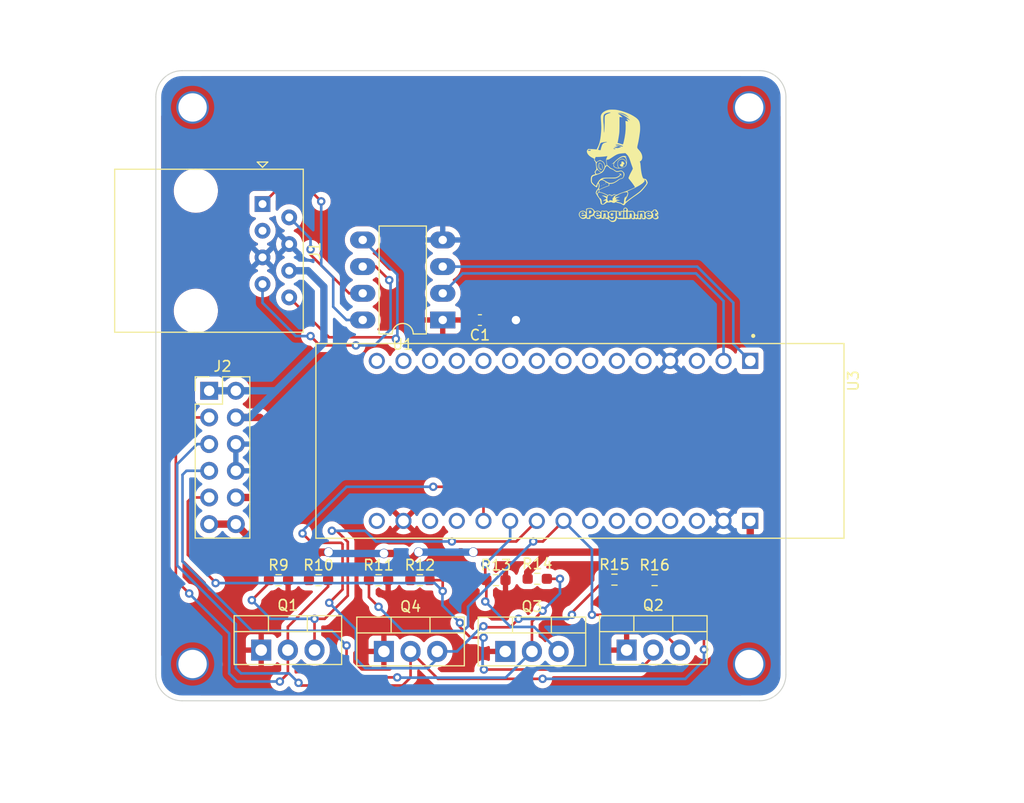
<source format=kicad_pcb>
(kicad_pcb (version 20211014) (generator pcbnew)

  (general
    (thickness 1.6)
  )

  (paper "A4")
  (layers
    (0 "F.Cu" signal)
    (31 "B.Cu" signal)
    (32 "B.Adhes" user "B.Adhesive")
    (33 "F.Adhes" user "F.Adhesive")
    (34 "B.Paste" user)
    (35 "F.Paste" user)
    (36 "B.SilkS" user "B.Silkscreen")
    (37 "F.SilkS" user "F.Silkscreen")
    (38 "B.Mask" user)
    (39 "F.Mask" user)
    (40 "Dwgs.User" user "User.Drawings")
    (41 "Cmts.User" user "User.Comments")
    (42 "Eco1.User" user "User.Eco1")
    (43 "Eco2.User" user "User.Eco2")
    (44 "Edge.Cuts" user)
    (45 "Margin" user)
    (46 "B.CrtYd" user "B.Courtyard")
    (47 "F.CrtYd" user "F.Courtyard")
    (48 "B.Fab" user)
    (49 "F.Fab" user)
    (50 "User.1" user)
    (51 "User.2" user)
    (52 "User.3" user)
    (53 "User.4" user)
    (54 "User.5" user)
    (55 "User.6" user)
    (56 "User.7" user)
    (57 "User.8" user)
    (58 "User.9" user)
  )

  (setup
    (stackup
      (layer "F.SilkS" (type "Top Silk Screen"))
      (layer "F.Paste" (type "Top Solder Paste"))
      (layer "F.Mask" (type "Top Solder Mask") (thickness 0.01))
      (layer "F.Cu" (type "copper") (thickness 0.035))
      (layer "dielectric 1" (type "core") (thickness 1.51) (material "FR4") (epsilon_r 4.5) (loss_tangent 0.02))
      (layer "B.Cu" (type "copper") (thickness 0.035))
      (layer "B.Mask" (type "Bottom Solder Mask") (thickness 0.01))
      (layer "B.Paste" (type "Bottom Solder Paste"))
      (layer "B.SilkS" (type "Bottom Silk Screen"))
      (copper_finish "None")
      (dielectric_constraints no)
    )
    (pad_to_mask_clearance 0)
    (pcbplotparams
      (layerselection 0x00010fc_ffffffff)
      (disableapertmacros false)
      (usegerberextensions true)
      (usegerberattributes false)
      (usegerberadvancedattributes false)
      (creategerberjobfile false)
      (svguseinch false)
      (svgprecision 6)
      (excludeedgelayer true)
      (plotframeref false)
      (viasonmask false)
      (mode 1)
      (useauxorigin false)
      (hpglpennumber 1)
      (hpglpenspeed 20)
      (hpglpendiameter 15.000000)
      (dxfpolygonmode true)
      (dxfimperialunits true)
      (dxfusepcbnewfont true)
      (psnegative false)
      (psa4output false)
      (plotreference true)
      (plotvalue false)
      (plotinvisibletext false)
      (sketchpadsonfab false)
      (subtractmaskfromsilk true)
      (outputformat 1)
      (mirror false)
      (drillshape 0)
      (scaleselection 1)
      (outputdirectory "gerbers/")
    )
  )

  (net 0 "")
  (net 1 "/RS485_A")
  (net 2 "/RS485_B")
  (net 3 "unconnected-(J1-Pad3)")
  (net 4 "/RS485_Z")
  (net 5 "/RS485_Y")
  (net 6 "+5V")
  (net 7 "/M1_DIR_OUT")
  (net 8 "/TIM2_CH2{slash}M1_SPEED_OUT")
  (net 9 "GND")
  (net 10 "/TIM2_CH4{slash}M2_SPEED_OUT")
  (net 11 "/M2_DIR_OUT")
  (net 12 "+3V3")
  (net 13 "/M1_DIR")
  (net 14 "/M2_DIR")
  (net 15 "/TIM2_CH4{slash}M2_SPEED")
  (net 16 "/TIM2_CH2{slash}M1_SPEED")
  (net 17 "/STM32_USART1_RX")
  (net 18 "/STM32_USART1_TX")
  (net 19 "unconnected-(U3-Pad3)")
  (net 20 "/STM32_USART1_DE{slash}RE")
  (net 21 "unconnected-(U3-Pad6)")
  (net 22 "unconnected-(U3-Pad7)")
  (net 23 "unconnected-(U3-Pad8)")
  (net 24 "unconnected-(U3-Pad9)")
  (net 25 "unconnected-(U3-Pad10)")
  (net 26 "unconnected-(U3-Pad11)")
  (net 27 "unconnected-(U3-Pad12)")
  (net 28 "unconnected-(U3-Pad13)")
  (net 29 "unconnected-(U3-Pad14)")
  (net 30 "unconnected-(U3-Pad15)")
  (net 31 "unconnected-(U3-Pad16)")
  (net 32 "unconnected-(U3-Pad18)")
  (net 33 "unconnected-(U3-Pad19)")
  (net 34 "unconnected-(U3-Pad24)")
  (net 35 "unconnected-(U3-Pad25)")
  (net 36 "unconnected-(U3-Pad26)")
  (net 37 "unconnected-(U3-Pad27)")
  (net 38 "unconnected-(U3-Pad28)")

  (footprint "plib:epenguin_text_small" (layer "F.Cu") (at 44.069 13.716))

  (footprint "Resistor_SMD:R_0603_1608Metric_Pad0.98x0.95mm_HandSolder" (layer "F.Cu") (at 11.684 48.514))

  (footprint "Resistor_SMD:R_0603_1608Metric_Pad0.98x0.95mm_HandSolder" (layer "F.Cu") (at 21.209 48.514))

  (footprint "Resistor_SMD:R_0603_1608Metric_Pad0.98x0.95mm_HandSolder" (layer "F.Cu") (at 25.146 48.514))

  (footprint "Resistor_SMD:R_0603_1608Metric_Pad0.98x0.95mm_HandSolder" (layer "F.Cu") (at 47.498 48.514))

  (footprint "Connector_RJ:RJ45_Amphenol_54602-x08_Horizontal" (layer "F.Cu") (at 10.16 12.7 -90))

  (footprint "Package_TO_SOT_THT:TO-220-3_Vertical" (layer "F.Cu") (at 10.033 55.174))

  (footprint "Resistor_SMD:R_0603_1608Metric_Pad0.98x0.95mm_HandSolder" (layer "F.Cu") (at 32.385 48.514))

  (footprint "Connector_PinHeader_2.54mm:PinHeader_2x06_P2.54mm_Vertical" (layer "F.Cu") (at 5.08 30.48))

  (footprint "Resistor_SMD:R_0603_1608Metric_Pad0.98x0.95mm_HandSolder" (layer "F.Cu") (at 15.494 48.514))

  (footprint "Package_DIP:DIP-8_W7.62mm_LongPads" (layer "F.Cu") (at 27.32 23.739 180))

  (footprint "MountingHole:MountingHole_2.7mm_M2.5_DIN965_Pad_TopOnly" (layer "F.Cu") (at 56.5 56.5))

  (footprint "MountingHole:MountingHole_2.7mm_M2.5_DIN965_Pad_TopOnly" (layer "F.Cu") (at 3.5 3.5))

  (footprint "MountingHole:MountingHole_2.7mm_M2.5_DIN965_Pad_TopOnly" (layer "F.Cu") (at 3.5 56.5))

  (footprint "Package_TO_SOT_THT:TO-220-3_Vertical" (layer "F.Cu") (at 21.717 55.301))

  (footprint "MountingHole:MountingHole_2.7mm_M2.5_DIN965_Pad_TopOnly" (layer "F.Cu") (at 56.5 3.5))

  (footprint "Resistor_SMD:R_0603_1608Metric_Pad0.98x0.95mm_HandSolder" (layer "F.Cu") (at 36.322 48.387))

  (footprint "Resistor_SMD:R_0603_1608Metric_Pad0.98x0.95mm_HandSolder" (layer "F.Cu") (at 43.672 48.466))

  (footprint "Package_TO_SOT_THT:TO-220-3_Vertical" (layer "F.Cu") (at 33.274 55.301))

  (footprint "Package_TO_SOT_THT:TO-220-3_Vertical" (layer "F.Cu") (at 44.831 55.174))

  (footprint "plib:epenguin_head_small" (layer "F.Cu") (at 43.942 8.255))

  (footprint "Capacitor_SMD:C_0603_1608Metric_Pad1.08x0.95mm_HandSolder" (layer "F.Cu") (at 30.861 23.749 180))

  (footprint "plib:MODULE_NUCLEO-L432KC" (layer "F.Cu") (at 40.386 35.2525 -90))

  (gr_line (start 0 2.5) (end 0 57.5) (layer "Edge.Cuts") (width 0.1) (tstamp 0b0ed82f-cd0f-483e-afb1-3d9c63626412))
  (gr_arc (start 57.5 0) (mid 59.267767 0.732233) (end 60 2.5) (layer "Edge.Cuts") (width 0.1) (tstamp 3026f0e5-2e03-4b09-8bf9-bf5e41de9fde))
  (gr_line (start 2.5 60) (end 57.5 60) (layer "Edge.Cuts") (width 0.1) (tstamp 3bc3a1f7-6e8d-4cb1-b522-61dab886a957))
  (gr_line (start 60 57.5) (end 60 2.5) (layer "Edge.Cuts") (width 0.1) (tstamp 55509fb5-1a05-4183-aa48-bc8ee8bff31d))
  (gr_line (start 57.5 0) (end 2.5 0) (layer "Edge.Cuts") (width 0.1) (tstamp a890f558-8662-408a-b127-32740c9a3a78))
  (gr_arc (start 2.5 60) (mid 0.732233 59.267767) (end 0 57.5) (layer "Edge.Cuts") (width 0.1) (tstamp af00085d-1794-4c99-952f-c446aee665f4))
  (gr_arc (start 60 57.5) (mid 59.267767 59.267767) (end 57.5 60) (layer "Edge.Cuts") (width 0.1) (tstamp d4fffbb7-788f-4b07-aa57-4a4d4fff19d5))
  (gr_arc (start 0 2.5) (mid 0.732233 0.732233) (end 2.5 0) (layer "Edge.Cuts") (width 0.1) (tstamp f721f40e-7993-44a7-bcd0-f5608efe0556))

  (segment (start 10.16 12.7) (end 11.938 10.922) (width 0.25) (layer "F.Cu") (net 1) (tstamp 072bf934-f6a1-4e9d-99be-6bcac965cfe7))
  (segment (start 14.224 10.922) (end 15.748 12.446) (width 0.25) (layer "F.Cu") (net 1) (tstamp 079a62e9-c2e4-40bd-a26c-ef52b5e14a69))
  (segment (start 11.938 10.922) (end 14.224 10.922) (width 0.25) (layer "F.Cu") (net 1) (tstamp 81c65318-462d-4182-8d65-256cd4caad76))
  (via (at 15.748 12.446) (size 0.8) (drill 0.4) (layers "F.Cu" "B.Cu") (net 1) (tstamp 3bcfa631-1dd4-4898-8e22-77dd790f7ab1))
  (segment (start 15.748 12.446) (end 15.748 18.542) (width 0.25) (layer "B.Cu") (net 1) (tstamp 18758a29-3318-41fa-8c39-db673d1a5044))
  (segment (start 18.151 23.739) (end 19.7 23.739) (width 0.25) (layer "B.Cu") (net 1) (tstamp 3b73301d-9fbe-45e3-aef1-f06153fe7e5f))
  (segment (start 15.748 18.542) (end 16.891 19.685) (width 0.25) (layer "B.Cu") (net 1) (tstamp 6f133c54-d5b4-476a-bc00-70cce2df80d8))
  (segment (start 16.891 22.479) (end 18.151 23.739) (width 0.25) (layer "B.Cu") (net 1) (tstamp af9b60d2-409a-4aa1-8211-94db1f90b557))
  (segment (start 16.891 19.685) (end 16.891 22.479) (width 0.25) (layer "B.Cu") (net 1) (tstamp b355aa47-4f3a-4b6b-9b2c-6a762e5462b7))
  (segment (start 14.732 17.018) (end 14.732 17.526) (width 0.25) (layer "F.Cu") (net 2) (tstamp 562c1bb4-807a-4f41-abf0-84d8306fcd6d))
  (segment (start 14.732 17.526) (end 18.405 21.199) (width 0.25) (layer "F.Cu") (net 2) (tstamp cc9152d0-3580-42f0-b03c-a2e29cc16b2d))
  (segment (start 18.405 21.199) (end 19.7 21.199) (width 0.25) (layer "F.Cu") (net 2) (tstamp d384bc90-0bfa-4af0-aea1-a96892e4cd93))
  (via (at 14.732 17.018) (size 0.8) (drill 0.4) (layers "F.Cu" "B.Cu") (net 2) (tstamp 5eb1e176-31c5-404b-9fe4-ddcc4c2a59b6))
  (segment (start 12.7 13.97) (end 14.732 16.002) (width 0.25) (layer "B.Cu") (net 2) (tstamp 7a1d1ed7-edc2-463a-8387-35921eff64aa))
  (segment (start 14.732 16.002) (end 14.732 17.018) (width 0.25) (layer "B.Cu") (net 2) (tstamp c0fd5835-756a-42c0-92bb-321373ef4c28))
  (segment (start 15.621 26.162) (end 19.05 26.162) (width 0.25) (layer "F.Cu") (net 4) (tstamp 0bc634a3-2b43-4ecb-bddb-a086a990d759))
  (segment (start 14.732 25.273) (end 15.621 26.162) (width 0.25) (layer "F.Cu") (net 4) (tstamp 0e8e94af-f45a-4ae8-a679-92580b44b11a))
  (segment (start 22.225 19.939) (end 20.945 18.659) (width 0.25) (layer "F.Cu") (net 4) (tstamp ba27e298-0eab-468e-9468-1453090ecd48))
  (segment (start 20.945 18.659) (end 19.7 18.659) (width 0.25) (layer "F.Cu") (net 4) (tstamp df4efa4e-437e-4716-8367-496e8305dd5f))
  (via (at 22.225 19.939) (size 0.8) (drill 0.4) (layers "F.Cu" "B.Cu") (net 4) (tstamp 3934e136-e668-413f-a938-39d5b3dae7f5))
  (via (at 14.732 25.273) (size 0.8) (drill 0.4) (layers "F.Cu" "B.Cu") (net 4) (tstamp 55b652b6-1d7b-4b10-8cc1-33a1beb02cf6))
  (via (at 19.05 26.162) (size 0.8) (drill 0.4) (layers "F.Cu" "B.Cu") (net 4) (tstamp e309d53e-573a-4a9e-8247-0b6b18d6390f))
  (segment (start 22.352 20.066) (end 22.225 19.939) (width 0.25) (layer "B.Cu") (net 4) (tstamp 55539e34-f643-444c-9162-d7f8b108bdc5))
  (segment (start 13.335 25.273) (end 14.732 25.273) (width 0.25) (layer "B.Cu") (net 4) (tstamp 5ed536e6-c57f-4dea-9669-87d9d81d4a73))
  (segment (start 10.16 20.32) (end 10.16 22.098) (width 0.25) (layer "B.Cu") (net 4) (tstamp 5ffd10af-5438-425d-90c1-894051600366))
  (segment (start 20.828 26.162) (end 22.352 24.638) (width 0.25) (layer "B.Cu") (net 4) (tstamp 63418526-9928-4eec-a6a4-6aac616d64af))
  (segment (start 19.05 26.162) (end 20.828 26.162) (width 0.25) (layer "B.Cu") (net 4) (tstamp 67525b84-d72a-45e1-826e-931191e295a2))
  (segment (start 22.352 24.638) (end 22.352 20.066) (width 0.25) (layer "B.Cu") (net 4) (tstamp a2ddf685-2dca-4cc2-9346-0729d47ca014))
  (segment (start 10.16 22.098) (end 12.319 24.257) (width 0.25) (layer "B.Cu") (net 4) (tstamp a3bf6576-c0d4-4640-a382-b947cbf55bac))
  (segment (start 12.319 24.257) (end 13.335 25.273) (width 0.25) (layer "B.Cu") (net 4) (tstamp b270f4e8-f0f3-4d21-a25a-6bf5af646c1e))
  (segment (start 16.4975 25.3875) (end 22.7205 25.3875) (width 0.25) (layer "F.Cu") (net 5) (tstamp 3ce4e18f-5996-4071-81f3-0760b34c461a))
  (segment (start 12.7 21.59) (end 16.4975 25.3875) (width 0.25) (layer "F.Cu") (net 5) (tstamp 8b9f20d6-1936-4603-b820-df7169423c34))
  (segment (start 22.7205 25.3875) (end 22.86 25.527) (width 0.25) (layer "F.Cu") (net 5) (tstamp cdee4d29-1254-4f18-9fd5-142b64ec5eff))
  (via (at 22.86 25.527) (size 0.8) (drill 0.4) (layers "F.Cu" "B.Cu") (net 5) (tstamp eac7cd7d-86c3-41e2-94b5-5e59371d1e6f))
  (segment (start 22.9995 25.3875) (end 22.86 25.527) (width 0.25) (layer "B.Cu") (net 5) (tstamp 0d9fcbd1-3607-42db-8706-a689c392baa8))
  (segment (start 19.7 16.119) (end 22.9995 19.4185) (width 0.25) (layer "B.Cu") (net 5) (tstamp 2bab33c2-f614-4669-be8d-27a46e31b151))
  (segment (start 22.9995 19.4185) (end 22.9995 25.3875) (width 0.25) (layer "B.Cu") (net 5) (tstamp b21d8af0-ebd7-4a61-8b13-8506aa8acda1))
  (segment (start 7.62 40.64) (end 9.271 40.64) (width 0.7) (layer "F.Cu") (net 6) (tstamp 0c7c6323-2581-4224-ad9c-7729508fdfc4))
  (segment (start 56.601 45.507) (end 56.601 42.8725) (width 0.7) (layer "F.Cu") (net 6) (tstamp 13584e23-840a-4745-90a4-0bcbb4d18a98))
  (segment (start 35.4095 47.7755) (end 35.4095 48.387) (width 0.7) (layer "F.Cu") (net 6) (tstamp 1a2eed79-2dff-43d5-92b2-1c49ddc2b6a0))
  (segment (start 15.621 45.847) (end 14.5815 46.8865) (width 0.7) (layer "F.Cu") (net 6) (tstamp 23b0aad7-fe2d-4a96-92a5-64a63dba1a50))
  (segment (start 10.668 33.782) (end 10.668 41.275) (width 0.7) (layer "F.Cu") (net 6) (tstamp 2f3692fc-f967-4fa2-b468-f6e679855844))
  (segment (start 5.08 43.18) (end 7.62 43.18) (width 0.7) (layer "F.Cu") (net 6) (tstamp 3a5e604d-7403-42ab-b283-55ef9b50db61))
  (segment (start 48.768 45.847) (end 37.338 45.847) (width 0.7) (layer "F.Cu") (net 6) (tstamp 3cd504fc-d44d-4a7e-abe7-9bcb72e41b89))
  (segment (start 23.495 45.974) (end 21.717 45.974) (width 0.7) (layer "F.Cu") (net 6) (tstamp 4274cd13-9a49-4bfe-bd6e-5a946c845d16))
  (segment (start 24.2335 46.7125) (end 23.495 45.974) (width 0.7) (layer "F.Cu") (net 6) (tstamp 481be2d2-cf5a-4233-a770-4f6384b7335d))
  (segment (start 25.019 45.847) (end 24.2335 46.6325) (width 0.7) (layer "F.Cu") (net 6) (tstamp 4868b244-4306-4d0e-a20c-95e3f99aa398))
  (segment (start 10.668 41.275) (end 10.287 41.656) (width 0.7) (layer "F.Cu") (net 6) (tstamp 6d82a6bb-2ee0-4568-a482-908290e2315b))
  (segment (start 10.287 45.847) (end 7.62 43.18) (width 0.7) (layer "F.Cu") (net 6) (tstamp 7e1ba587-864e-47ff-adc6-4a035a351154))
  (segment (start 16.51 45.847) (end 15.621 45.847) (width 0.7) (layer "F.Cu") (net 6) (tstamp 86f6660d-fa96-4a4c-94e0-167e7b2e35ac))
  (segment (start 9.906 33.02) (end 10.668 33.782) (width 0.7) (layer "F.Cu") (net 6) (tstamp 8a639ea7-1a7f-4e03-876c-4712271dd566))
  (segment (start 16.51 45.847) (end 10.287 45.847) (width 0.7) (layer "F.Cu") (net 6) (tstamp 8b421f2d-2bd1-4a4a-b189-69de6980b9d1))
  (segment (start 46.5855 48.514) (end 46.5855 47.0135) (width 0.7) (layer "F.Cu") (net 6) (tstamp 8ceeef3e-a608-4910-91a1-7aec09a43096))
  (segment (start 56.261 45.847) (end 56.601 45.507) (width 0.7) (layer "F.Cu") (net 6) (tstamp 9574e0a6-fe54-4ee4-bcc2-48a354b663c6))
  (segment (start 14.5815 46.8865) (end 14.5815 48.514) (width 0.7) (layer "F.Cu") (net 6) (tstamp 9a2a5e7a-2e85-43ac-b5f8-fb06790bdb3b))
  (segment (start 48.768 45.847) (end 56.261 45.847) (width 0.7) (layer "F.Cu") (net 6) (tstamp a2eb927a-4f42-4628-abf6-2eea793f1d78))
  (segment (start 24.2335 48.514) (end 24.2335 46.7125) (width 0.7) (layer "F.Cu") (net 6) (tstamp be2161ac-6159-4f06-b3f0-48715298f9a0))
  (segment (start 46.5855 47.0135) (end 47.752 45.847) (width 0.7) (layer "F.Cu") (net 6) (tstamp c412508b-f481-46e3-87f9-76cb8d058e6b))
  (segment (start 10.287 41.656) (end 10.287 45.847) (width 0.7) (layer "F.Cu") (net 6) (tstamp c5c42121-a541-4c31-b0a6-152f23e29237))
  (segment (start 37.338 45.847) (end 30.226 45.847) (width 0.7) (layer "F.Cu") (net 6) (tstamp d771010b-58e3-4abe-8337-16a9ee1adbb1))
  (segment (start 7.62 33.02) (end 9.906 33.02) (width 0.7) (layer "F.Cu") (net 6) (tstamp da521b24-3f20-4097-9aa5-0f49a22004ea))
  (segment (start 47.752 45.847) (end 48.768 45.847) (width 0.7) (layer "F.Cu") (net 6) (tstamp dcb4e53f-5a93-4bc7-b71e-ea7324270aa3))
  (segment (start 9.271 40.64) (end 10.287 41.656) (width 0.7) (layer "F.Cu") (net 6) (tstamp ec643f87-65c1-4b20-b12c-a34dc18b0c9a))
  (segment (start 24.2335 46.6325) (end 24.2335 48.514) (width 0.7) (layer "F.Cu") (net 6) (tstamp f1a7c216-c25a-46ed-a8d4-a208ed2ab179))
  (segment (start 37.338 45.847) (end 35.4095 47.7755) (width 0.7) (layer "F.Cu") (net 6) (tstamp f8c3b766-0426-4ed0-b637-7b39e1e49e11))
  (via (at 21.717 45.974) (size 0.9) (drill 0.8) (layers "F.Cu" "B.Cu") (net 6) (tstamp 8c7dfac8-4637-4736-867c-7a8cad94f7ff))
  (via (at 16.4445 45.847) (size 0.9) (drill 0.8) (layers "F.Cu" "B.Cu") (net 6) (tstamp 9917218d-d6b9-4476-8d50-9cd65967b2cd))
  (via (at 25.019 45.847) (size 0.9) (drill 0.8) (layers "F.Cu" "B.Cu") (net 6) (tstamp d6a5c574-e79e-4caa-8762-3e02a43e852b))
  (via (at 30.226 45.847) (size 0.9) (drill 0.8) (layers "F.Cu" "B.Cu") (net 6) (tstamp fe28e084-9bb0-4079-a42b-ace7fd2ee54c))
  (segment (start 14.478 19.05) (end 16.002 20.574) (width 0.7) (layer "B.Cu") (net 6) (tstamp 41476b7d-2d3f-4323-b0a0-6b2bd438edc0))
  (segment (start 16.002 25.908) (end 11.43 30.48) (width 0.7) (layer "B.Cu") (net 6) (tstamp 576bf1aa-11a5-45c8-8556-43625b1c9678))
  (segment (start 11.43 30.48) (end 7.62 30.48) (width 0.7) (layer "B.Cu") (net 6) (tstamp 8b8da5c4-6c8b-49f8-af69-accfe63d190b))
  (segment (start 30.226 45.847) (end 25.019 45.847) (width 0.7) (layer "B.Cu") (net 6) (tstamp 9c1958cf-87e3-466a-809c-957f614b8b20))
  (segment (start 7.62 33.02) (end 8.89 33.02) (width 0.7) (layer "B.Cu") (net 6) (tstamp b3971f97-9dd2-45bf-8600-04c3bcaced8a))
  (segment (start 12.7 19.05) (end 14.478 19.05) (width 0.7) (layer "B.Cu") (net 6) (tstamp b7e1b280-aad2-4b35-8170-801a5e0f6c60))
  (segment (start 8.89 33.02) (end 11.43 30.48) (width 0.7) (layer "B.Cu") (net 6) (tstamp c00b82b5-5c18-40fc-9cee-98f5f29da11e))
  (segment (start 16.5715 45.974) (end 16.4445 45.847) (width 0.7) (layer "B.Cu") (net 6) (tstamp cfff3910-0003-493a-bf6b-d5431fd21672))
  (segment (start 16.002 20.574) (end 16.002 25.908) (width 0.7) (layer "B.Cu") (net 6) (tstamp eaf0bf35-c0b0-42f7-9c0c-08eeb0ec0213))
  (segment (start 21.717 45.974) (end 16.5715 45.974) (width 0.7) (layer "B.Cu") (net 6) (tstamp eb64dbff-9c06-49dc-9b60-7cb67e15db7f))
  (segment (start 5.08 30.48) (end 7.62 30.48) (width 0.7) (layer "B.Cu") (net 6) (tstamp f256054b-4e2c-4e27-8f01-4b77d854a745))
  (segment (start 1.905 34.671) (end 3.556 33.02) (width 0.25) (layer "F.Cu") (net 7) (tstamp 67f17c5f-6edf-4b97-8133-e0cc795ce06a))
  (segment (start 3.175 49.784) (end 1.905 48.514) (width 0.25) (layer "F.Cu") (net 7) (tstamp 79d843f4-cf6a-4a22-bf07-ac685df0a019))
  (segment (start 16.4065 49.1255) (end 12.573 52.959) (width 0.25) (layer "F.Cu") (net 7) (tstamp 7e2c53bd-7981-448d-afa3-120a860f9788))
  (segment (start 1.905 48.514) (end 1.905 34.671) (width 0.25) (layer "F.Cu") (net 7) (tstamp 87747ded-a405-4509-860b-234c49b190b8))
  (segment (start 3.556 33.02) (end 5.08 33.02) (width 0.25) (layer "F.Cu") (net 7) (tstamp a6052132-8c75-4539-9f42-c25ceb6e4078))
  (segment (start 16.4065 48.514) (end 16.4065 49.1255) (width 0.25) (layer "F.Cu") (net 7) (tstamp cda4312f-8fa8-41a1-87fd-8f0fd8e86e37))
  (segment (start 12.573 52.959) (end 12.573 55.174) (width 0.25) (layer "F.Cu") (net 7) (tstamp dbfd3f77-01d9-4839-91d6-8ca526fc0c61))
  (segment (start 12.573 57.404) (end 11.811 58.166) (width 0.25) (layer "F.Cu") (net 7) (tstamp f2780041-584b-4e11-a880-c67b0d131d0a))
  (segment (start 12.573 55.174) (end 12.573 57.404) (width 0.25) (layer "F.Cu") (net 7) (tstamp f895331e-4e9d-4c9d-9465-e08d4c6fdadd))
  (via (at 11.811 58.166) (size 0.8) (drill 0.4) (layers "F.Cu" "B.Cu") (net 7) (tstamp 89d2ed87-161f-4bd9-833c-c0d13ba80c56))
  (via (at 3.175 49.784) (size 0.8) (drill 0.4) (layers "F.Cu" "B.Cu") (net 7) (tstamp f7d93fa1-6e9f-42eb-b768-1ca6edf9cdc0))
  (segment (start 11.811 58.166) (end 7.747 58.166) (width 0.25) (layer "B.Cu") (net 7) (tstamp 2f690d7b-69c6-4bf8-9d5b-da5e0b12c3b1))
  (segment (start 6.985 53.594) (end 3.175 49.784) (width 0.25) (layer "B.Cu") (net 7) (tstamp 4ef56206-ed14-4b2d-b0d9-6499b608c8b7))
  (segment (start 7.747 58.166) (end 6.985 57.404) (width 0.25) (layer "B.Cu") (net 7) (tstamp 905b4306-8004-436a-a47e-271f5486fa17))
  (segment (start 6.985 57.404) (end 6.985 53.594) (width 0.25) (layer "B.Cu") (net 7) (tstamp f0813858-6f57-4905-807b-c5817a405a9c))
  (segment (start 24.257 57.785) (end 23.495 58.547) (width 0.25) (layer "F.Cu") (net 8) (tstamp 0060ae3a-f6b8-421f-b3bf-5754f3367374))
  (segment (start 26.868 57.912) (end 24.257 55.301) (width 0.25) (layer "F.Cu") (net 8) (tstamp 09e283c3-7b38-439c-b859-01b4be1db432))
  (segment (start 48.4105 48.514) (end 52.197 52.3005) (width 0.25) (layer "F.Cu") (net 8) (tstamp 6b715cf9-a6fd-4d28-bc1c-017dd3c55bdf))
  (segment (start 24.257 55.301) (end 24.257 57.785) (width 0.25) (layer "F.Cu") (net 8) (tstamp a1b57099-7283-42d1-95f3-1e94d192a17a))
  (segment (start 23.495 58.547) (end 13.843 58.547) (width 0.25) (layer "F.Cu") (net 8) (tstamp a643e457-c95c-46c9-b7c3-2b914a61e25c))
  (segment (start 13.843 58.547) (end 13.589 58.293) (width 0.25) (layer "F.Cu") (net 8) (tstamp bec8f274-010c-4b1b-b473-ce9f5a41518c))
  (segment (start 36.83 57.912) (end 26.868 57.912) (width 0.25) (layer "F.Cu") (net 8) (tstamp d1190948-d7cc-43fb-84ec-31896582328f))
  (segment (start 52.197 52.3005) (end 52.197 55.118) (width 0.25) (layer "F.Cu") (net 8) (tstamp f15488e0-d763-4371-aba8-87b72e2caf77))
  (via (at 36.83 57.912) (size 0.8) (drill 0.4) (layers "F.Cu" "B.Cu") (net 8) (tstamp 32731030-780a-4b10-99ba-29317ac96870))
  (via (at 52.197 55.118) (size 0.8) (drill 0.4) (layers "F.Cu" "B.Cu") (net 8) (tstamp 3283ba72-652c-4614-8c1b-38c4000e84ae))
  (via (at 13.589 58.293) (size 0.8) (drill 0.4) (layers "F.Cu" "B.Cu") (net 8) (tstamp d48294f5-b0b3-4fd0-838d-6ad5498f7d26))
  (segment (start 13.589 58.293) (end 12.687 57.391) (width 0.25) (layer "B.Cu") (net 8) (tstamp 0b65a6dc-1de9-4291-ba74-d01229c3cf92))
  (segment (start 7.62 52.705) (end 2.032 47.117) (width 0.25) (layer "B.Cu") (net 8) (tstamp 17ec3929-61da-4dc3-b564-383f9a04d260))
  (segment (start 8.115 57.391) (end 7.62 56.896) (width 0.25) (layer "B.Cu") (net 8) (tstamp 19702f1d-0acf-466d-b054-7eb2c74dd309))
  (segment (start 3.937 35.56) (end 5.08 35.56) (width 0.25) (layer "B.Cu") (net 8) (tstamp 251b84e3-ff69-4bf9-a9bb-7912c65ba625))
  (segment (start 52.197 56.134) (end 52.197 55.118) (width 0.25) (layer "B.Cu") (net 8) (tstamp 2b7a5fc5-0cda-47c1-984a-cd9e9eba5bf7))
  (segment (start 2.032 47.117) (end 2.032 37.465) (width 0.25) (layer "B.Cu") (net 8) (tstamp 79d60862-66ee-4a5d-9477-531ad060cead))
  (segment (start 2.032 37.465) (end 3.937 35.56) (width 0.25) (layer "B.Cu") (net 8) (tstamp 937baf0c-3dcd-4746-a5ce-21fc8dc1039c))
  (segment (start 12.687 57.391) (end 8.115 57.391) (width 0.25) (layer "B.Cu") (net 8) (tstamp b597fdcb-e9a3-4834-8744-1b85ab58a564))
  (segment (start 7.62 56.896) (end 7.62 52.705) (width 0.25) (layer "B.Cu") (net 8) (tstamp bda1814d-3a22-40ba-84fa-665fee135467))
  (segment (start 50.419 57.912) (end 52.197 56.134) (width 0.25) (layer "B.Cu") (net 8) (tstamp e68bab03-8f0c-4659-a25c-b0ce298122c0))
  (segment (start 36.83 57.912) (end 50.419 57.912) (width 0.25) (layer "B.Cu") (net 8) (tstamp f9df68a6-3656-414a-854c-362461238c33))
  (segment (start 31.7235 23.749) (end 34.29 23.749) (width 0.7) (layer "F.Cu") (net 9) (tstamp 85b374bc-3e94-4bdf-97a9-a95abe1ebe10))
  (via (at 34.29 23.749) (size 0.9) (drill 0.8) (layers "F.Cu" "B.Cu") (net 9) (tstamp 3a606abb-aefd-4733-8c71-9613c7664863))
  (segment (start 18.161 54.737) (end 18.161 56.642) (width 0.25) (layer "F.Cu") (net 10) (tstamp 08731d26-ed19-448b-9502-37ac5ff561d5))
  (segment (start 37.2345 48.387) (end 38.481 48.387) (width 0.25) (layer "F.Cu") (net 10) (tstamp 231e3775-4380-4da4-89cc-baf441c543bd))
  (segment (start 35.814 52.451) (end 36.83 51.435) (width 0.25) (layer "F.Cu") (net 10) (tstamp 29e0b322-262c-4528-bf9b-1300bf3db062))
  (segment (start 18.161 56.642) (end 19.05 57.531) (width 0.25) (layer "F.Cu") (net 10) (tstamp 5fd617fa-3a43-46db-92f3-6925aead3524))
  (segment (start 19.2915 57.7725) (end 22.987 57.7725) (width 0.25) (layer "F.Cu") (net 10) (tstamp bda86f06-7980-4fb6-bc97-670293e4d48e))
  (segment (start 35.814 55.301) (end 35.814 52.451) (width 0.25) (layer "F.Cu") (net 10) (tstamp bef48c31-4514-41ee-82b5-418176a20d68))
  (segment (start 19.05 57.531) (end 19.2915 57.7725) (width 0.25) (layer "F.Cu") (net 10) (tstamp ce8e9fe8-c932-4ccf-a63f-7b0a516eed57))
  (via (at 36.83 51.435) (size 0.8) (drill 0.4) (layers "F.Cu" "B.Cu") (net 10) (tstamp 094fb761-3a19-4977-800a-2ed7a55ebe2b))
  (via (at 38.481 48.387) (size 0.8) (drill 0.4) (layers "F.Cu" "B.Cu") (net 10) (tstamp 4816f009-7b85-42b5-ae2a-e90d4f05c446))
  (via (at 18.161 54.737) (size 0.8) (drill 0.4) (layers "F.Cu" "B.Cu") (net 10) (tstamp 4fd45cbb-d8f4-45e4-8e1c-99a0ed72c8f3))
  (via (at 22.987 57.7725) (size 0.8) (drill 0.4) (layers "F.Cu" "B.Cu") (net 10) (tstamp fe7ea6b2-4e90-46b3-b465-e957293b8495))
  (segment (start 33.3175 57.7975) (end 35.814 55.301) (width 0.25) (layer "B.Cu") (net 10) (tstamp 1045e6d7-2ca9-4b71-a941-735adb4c09ac))
  (segment (start 5.08 38.1) (end 2.921 38.1) (width 0.25) (layer "B.Cu") (net 10) (tstamp 25f34a9f-ff4e-41cb-b7d4-60269b517c98))
  (segment (start 36.83 51.435) (end 38.481 49.784) (width 0.25) (layer "B.Cu") (net 10) (tstamp 4e2b10f9-fef0-4c0d-983a-978c5a3c6694))
  (segment (start 16.51 53.34) (end 16.764 53.34) (width 0.25) (layer "B.Cu") (net 10) (tstamp 515475f4-f96a-4728-a3c6-df18ab5f73ce))
  (segment (start 2.921 38.1) (end 2.54 38.481) (width 0.25) (layer "B.Cu") (net 10) (tstamp 560c4357-0b1c-48f5-95c3-47ce32add646))
  (segment (start 2.667 46.863) (end 9.144 53.34) (width 0.25) (layer "B.Cu") (net 10) (tstamp 881336d6-cfef-4953-8627-3324a2c015ab))
  (segment (start 2.54 46.736) (end 2.667 46.863) (width 0.25) (layer "B.Cu") (net 10) (tstamp a62b25e7-bfac-4398-a569-037edb3e947c))
  (segment (start 38.481 49.784) (end 38.481 48.387) (width 0.25) (layer "B.Cu") (net 10) (tstamp b6813b62-969e-4842-b481-84f9822cd4f8))
  (segment (start 9.144 53.34) (end 16.51 53.34) (width 0.25) (layer "B.Cu") (net 10) (tstamp c34c6fac-4083-4d6f-ad6a-51c92fb468e0))
  (segment (start 23.012 57.7975) (end 33.3175 57.7975) (width 0.25) (layer "B.Cu") (net 10) (tstamp c491b998-3a60-48bc-889c-0493216003a0))
  (segment (start 22.987 57.7725) (end 23.012 57.7975) (width 0.25) (layer "B.Cu") (net 10) (tstamp c90d14f6-f9f7-4fc1-9390-a235c91c90f2))
  (segment (start 2.54 38.481) (end 2.54 46.736) (width 0.25) (layer "B.Cu") (net 10) (tstamp da9fe687-659f-478c-843f-3d776e6d7331))
  (segment (start 16.764 53.34) (end 18.161 54.737) (width 0.25) (layer "B.Cu") (net 10) (tstamp ffab1661-71dd-4645-84f2-9c3402d0e588))
  (segment (start 46.101 57.023) (end 47.371 55.753) (width 0.25) (layer "F.Cu") (net 11) (tstamp 14536f01-9185-40b3-86bc-b5b4e6d3264f))
  (segment (start 3.429 40.64) (end 3.048 41.021) (width 0.25) (layer "F.Cu") (net 11) (tstamp 2356e48b-614b-4b8e-8a2b-76c5b8b565f7))
  (segment (start 5.08 40.64) (end 3.429 40.64) (width 0.25) (layer "F.Cu") (net 11) (tstamp 406ee787-0ae7-4f59-acf1-8b9afc7ae222))
  (segment (start 27.316385 48.525385) (end 27.316385 49.558493) (width 0.25) (layer "F.Cu") (net 11) (tstamp 412048f0-093d-45d9-95c1-fc5546ab921c))
  (segment (start 31.214958 53.983668) (end 29.963168 53.983668) (width 0.25) (layer "F.Cu") (net 11) (tstamp 48af4e10-0f1f-4afb-8043-c526b50be8e9))
  (segment (start 3.048 46.101) (end 3.302 46.355) (width 0.25) (layer "F.Cu") (net 11) (tstamp 577c7e8d-e7fa-48ef-b59d-35103415666c))
  (segment (start 31.242 57.023) (end 46.101 57.023) (width 0.25) (layer "F.Cu") (net 11) (tstamp 5790cef5-8707-4479-a634-e5a14a58cd7b))
  (segment (start 47.371 55.753) (end 47.371 55.174) (width 0.25) (layer "F.Cu") (net 11) (tstamp 5cce254c-8188-4617-bbe7-f6d97b71e391))
  (segment (start 3.048 41.021) (end 3.048 46.101) (width 0.25) (layer "F.Cu") (net 11) (tstamp 6db855a4-d1c3-4e6d-bde5-696005ce95fd))
  (segment (start 27.305 48.514) (end 27.316385 48.525385) (width 0.25) (layer "F.Cu") (net 11) (tstamp 75e36437-df41-4cc3-9e9a-9ce4a718b65c))
  (segment (start 5.691155 48.744155) (end 5.691155 48.791845) (width 0.25) (layer "F.Cu") (net 11) (tstamp c5863be7-eb97-4d42-ad45-45a69b919f02))
  (segment (start 3.302 46.355) (end 5.691155 48.744155) (width 0.25) (layer "F.Cu") (net 11) (tstamp d00ea0ef-f013-4763-bc8d-3e2fb6ff753b))
  (segment (start 26.0585 48.514) (end 27.305 48.514) (width 0.25) (layer "F.Cu") (net 11) (tstamp dba9b464-ccc6-4dac-9980-906c8c5c8439))
  (segment (start 28.956 52.9765) (end 28.956 52.578) (width 0.25) (layer "F.Cu") (net 11) (tstamp f4a57a97-ab6d-4568-ab81-8310e6ec64c7))
  (segment (start 29.963168 53.983668) (end 28.956 52.9765) (width 0.25) (layer "F.Cu") (net 11) (tstamp f9c81306-ef7d-448a-bbd4-ebab01245efd))
  (via (at 28.956 52.578) (size 0.8) (drill 0.4) (layers "F.Cu" "B.Cu") (net 11) (tstamp 27010eb7-0349-4eff-88a7-023d50496752))
  (via (at 27.316385 49.558493) (size 0.8) (drill 0.4) (layers "F.Cu" "B.Cu") (net 11) (tstamp 43fc4866-467f-47d2-96d5-50eebb195c02))
  (via (at 31.242 57.023) (size 0.8) (drill 0.4) (layers "F.Cu" "B.Cu") (net 11) (tstamp 52cdf93e-507b-4f7b-b808-b39d01e2e715))
  (via (at 5.691155 48.791845) (size 0.8) (drill 0.4) (layers "F.Cu" "B.Cu") (net 11) (tstamp 7854e0c9-56d1-4ec6-8148-813c3037057b))
  (via (at 31.214958 53.983668) (size 0.8) (drill 0.4) (layers "F.Cu" "B.Cu") (net 11) (tstamp 8075f62e-fa1d-4980-9bd7-d84f182ce0a3))
  (segment (start 31.242 57.023) (end 31.115 56.896) (width 0.25) (layer "B.Cu") (net 11) (tstamp 390acae6-19ab-4625-b4d2-966319088ca2))
  (segment (start 31.115 54.083626) (end 31.214958 53.983668) (width 0.25) (layer "B.Cu") (net 11) (tstamp 439466f6-9724-46ce-99c0-59f5eedfc2da))
  (segment (start 27.316385 49.558493) (end 27.2925 49.582378) (width 0.25) (layer "B.Cu") (net 11) (tstamp 64cc70c8-ae18-41ba-80ec-2ea36c4b76dc))
  (segment (start 26.549737 48.791845) (end 27.316385 49.558493) (width 0.25) (layer "B.Cu") (net 11) (tstamp 715cc2c7-8636-4bf5-9460-1b59d30fad51))
  (segment (start 27.2925 50.9145) (end 28.956 52.578) (width 0.25) (layer "B.Cu") (net 11) (tstamp 9282da5c-7250-4dd1-b1bd-f98703bd2004))
  (segment (start 5.691155 48.791845) (end 26.549737 48.791845) (width 0.25) (layer "B.Cu") (net 11) (tstamp a9b0be6b-b66d-48e4-b1f7-d81ea0947a17))
  (segment (start 31.115 56.896) (end 31.115 54.083626) (width 0.25) (layer "B.Cu") (net 11) (tstamp ccaf96d7-b7a5-41dd-9f8a-3237df8e6f7c))
  (segment (start 27.2925 49.582378) (end 27.2925 50.9145) (width 0.25) (layer "B.Cu") (net 11) (tstamp e7c15be6-53b8-461d-8ba3-2d5da162a9c1))
  (segment (start 9.144 50.419) (end 10.7715 48.7915) (width 0.25) (layer "F.Cu") (net 13) (tstamp 0a6f596a-a370-4e2e-a566-eaddb15bedba))
  (segment (start 16.764 43.815) (end 17.216401 43.815) (width 0.25) (layer "F.Cu") (net 13) (tstamp 0bf9316e-4a4c-42d0-8e36-377227b11ede))
  (segment (start 16.081309 52.197) (end 15.113 52.197) (width 0.25) (layer "F.Cu") (net 13) (tstamp 135c69cf-9518-419b-a36d-9f96f0ad61c1))
  (segment (start 10.7715 48.7915) (end 10.7715 48.514) (width 0.25) (layer "F.Cu") (net 13) (tstamp 2da472a3-c87e-487b-8893-58c045c44869))
  (segment (start 15.113 55.174) (end 15.113 52.197) (width 0.25) (layer "F.Cu") (net 13) (tstamp 6b28d2e7-23f5-4723-888a-84ee012c2a63))
  (segment (start 34.3225 44.831) (end 36.281 42.8725) (width 0.25) (layer "F.Cu") (net 13) (tstamp 6d982215-7c57-4fd5-a784-6a23e55ad126))
  (segment (start 18.279501 44.8781) (end 18.279501 49.998808) (width 0.25) (layer "F.Cu") (net 13) (tstamp bede1cef-ab15-42b4-a4ca-96cd62895b79))
  (segment (start 28.194 44.831) (end 34.3225 44.831) (width 0.25) (layer "F.Cu") (net 13) (tstamp c06229cb-8bf3-4c0f-a4df-f03206ace221))
  (segment (start 17.216401 43.815) (end 18.279501 44.8781) (width 0.25) (layer "F.Cu") (net 13) (tstamp ccfe1ac7-ddd0-47f3-bb8c-550ab3dea7f0))
  (segment (start 18.279501 49.998808) (end 16.081309 52.197) (width 0.25) (layer "F.Cu") (net 13) (tstamp e360780d-fc4d-492d-8a24-1b4257a92d4c))
  (via (at 9.144 50.419) (size 0.8) (drill 0.4) (layers "F.Cu" "B.Cu") (net 13) (tstamp 0cc89232-52a9-4969-a2e2-7b1acbda78ba))
  (via (at 16.764 43.815) (size 0.8) (drill 0.4) (layers "F.Cu" "B.Cu") (net 13) (tstamp 0ce986a6-b69a-4f3a-969d-98ce38d588a0))
  (via (at 15.113 52.197) (size 0.8) (drill 0.4) (layers "F.Cu" "B.Cu") (net 13) (tstamp 759b402d-c9cc-4b17-8d12-7315595f43d3))
  (via (at 28.194 44.831) (size 0.8) (drill 0.4) (layers "F.Cu" "B.Cu") (net 13) (tstamp a027d835-f138-4243-b0d2-2c79ae1e3b9d))
  (segment (start 19.939 43.815) (end 20.955 44.831) (width 0.25) (layer "B.Cu") (net 13) (tstamp 1e4c3f21-8eb9-4a60-803f-7598816c3240))
  (segment (start 10.922 52.197) (end 9.144 50.419) (width 0.25) (layer "B.Cu") (net 13) (tstamp 40764629-23e2-46fd-8745-ff50d020713a))
  (segment (start 15.113 52.197) (end 10.922 52.197) (width 0.25) (layer "B.Cu") (net 13) (tstamp 558e1ab2-fcb0-4f7e-b07f-45c59a12d39d))
  (segment (start 20.955 44.831) (end 28.194 44.831) (width 0.25) (layer "B.Cu") (net 13) (tstamp b8738f77-baf5-4338-ba51-4bed8b38cb41))
  (segment (start 16.764 43.815) (end 19.939 43.815) (width 0.25) (layer "B.Cu") (net 13) (tstamp d4dc7dfe-1714-4ccf-aff3-8f279ad62ad9))
  (segment (start 46.6005 51.816) (end 41.529 51.816) (width 0.25) (layer "F.Cu") (net 14) (tstamp 09f58cb6-5711-411f-9d6c-4133ed159dbb))
  (segment (start 49.911 55.1265) (end 46.6005 51.816) (width 0.25) (layer "F.Cu") (net 14) (tstamp 40ab6886-0f3f-4c24-8342-600030d6e2eb))
  (segment (start 36.8625 44.831) (end 35.941 44.831) (width 0.25) (layer "F.Cu") (net 14) (tstamp 5747ce23-59d0-491f-b414-ec557ba67924))
  (segment (start 20.2965 50.1415) (end 20.2965 48.514) (width 0.25) (layer "F.Cu") (net 14) (tstamp 61a3ac40-d95f-4304-97fb-e839ed689c3b))
  (segment (start 38.821 42.8725) (end 36.8625 44.831) (width 0.25) (layer "F.Cu") (net 14) (tstamp b8cc7e82-df90-4afd-a6d3-306dc99ae979))
  (segment (start 49.911 55.174) (end 49.911 55.1265) (width 0.25) (layer "F.Cu") (net 14) (tstamp d9620086-6299-46dd-9472-437b56ab5e5e))
  (segment (start 21.209 51.054) (end 20.2965 50.1415) (width 0.25) (layer "F.Cu") (net 14) (tstamp f9b8a761-6d75-452a-8e84-8faa2af48dad))
  (via (at 35.941 44.831) (size 0.8) (drill 0.4) (layers "F.Cu" "B.Cu") (net 14) (tstamp 0ebc1f05-2fd6-411b-ad2e-49f052dbefc9))
  (via (at 21.209 51.054) (size 0.8) (drill 0.4) (layers "F.Cu" "B.Cu") (net 14) (tstamp 35d0181a-a8a9-4604-bc99-97606956a4d7))
  (via (at 41.529 51.816) (size 0.8) (drill 0.4) (layers "F.Cu" "B.Cu") (net 14) (tstamp 79c65403-f14b-4657-b425-25da058bf9b4))
  (segment (start 41.529 45.5805) (end 41.529 51.816) (width 0.25) (layer "B.Cu") (net 14) (tstamp 0dfd58ca-23db-47dc-878b-0b9007d29471))
  (segment (start 35.941 44.831) (end 29.7305 51.0415) (width 0.25) (layer "B.Cu") (net 14) (tstamp 1a2b2b79-5c3a-4472-b7b8-694633440905))
  (segment (start 23.5075 53.3525) (end 21.209 51.054) (width 0.25) (layer "B.Cu") (net 14) (tstamp 1b509001-e54a-4443-ab5e-2a67111b4be9))
  (segment (start 29.7305 52.898809) (end 29.276809 53.3525) (width 0.25) (layer "B.Cu") (net 14) (tstamp 4e2c3133-adfd-45dd-81f0-c9a3e0f1e024))
  (segment (start 29.7305 51.0415) (end 29.7305 52.898809) (width 0.25) (layer "B.Cu") (net 14) (tstamp 8d24948f-67b3-40c4-a90b-2617022d8ed6))
  (segment (start 29.276809 53.3525) (end 23.5075 53.3525) (width 0.25) (layer "B.Cu") (net 14) (tstamp 9bdc8cfe-5f27-4d40-bc0c-cea31bce3ce3))
  (segment (start 38.821 42.8725) (end 41.529 45.5805) (width 0.25) (layer "B.Cu") (net 14) (tstamp e525cf06-b4c9-4b51-b33e-396bd0cc09ae))
  (segment (start 31.4725 48.514) (end 31.4725 50.4425) (width 0.25) (layer "F.Cu") (net 15) (tstamp 212b435c-04e1-48f5-9ba6-5d2294f8eed2))
  (segment (start 31.369 48.4105) (end 31.4725 48.514) (width 0.25) (layer "F.Cu") (net 15) (tstamp 6a2b51c4-7521-449b-9323-f8ac75ea405d))
  (segment (start 31.4725 50.4425) (end 31.369 50.546) (width 0.25) (layer "F.Cu") (net 15) (tstamp d7fa70e4-373a-4260-8895-f32e1c6321b4))
  (segment (start 31.369 46.99) (end 31.369 48.4105) (width 0.25) (layer "F.Cu") (net 15) (tstamp ece0be63-be1a-435a-889f-ec0573a5a9e5))
  (via (at 31.369 50.546) (size 0.8) (drill 0.4) (layers "F.Cu" "B.Cu") (net 15) (tstamp c41a32c7-0a6e-40f0-b4f4-ace4fa4b4d4e))
  (via (at 31.369 46.99) (size 0.8) (drill 0.4) (layers "F.Cu" "B.Cu") (net 15) (tstamp fb037990-9e3a-4a6d-b14f-9445978c1492))
  (segment (start 33.7945 52.9715) (end 31.369 50.546) (width 0.25) (layer "B.Cu") (net 15) (tstamp 4c4208dd-d8a0-47cd-9b55-e7679a763529))
  (segment (start 33.741 42.8725) (end 33.741 44.618) (width 0.25) (layer "B.Cu") (net 15) (tstamp a865fa31-cff8-437f-a08c-e1bed81b1776))
  (segment (start 33.741 44.618) (end 31.369 46.99) (width 0.25) (layer "B.Cu") (net 15) (tstamp aa847ead-059c-4bb4-b28a-06fe8f4a3430))
  (segment (start 38.354 55.301) (end 36.0245 52.9715) (width 0.25) (layer "B.Cu") (net 15) (tstamp c3e727b6-58a6-49e1-8eff-4034be6307a5))
  (segment (start 36.0245 52.9715) (end 33.7945 52.9715) (width 0.25) (layer "B.Cu") (net 15) (tstamp db8be71b-b7eb-41f8-9200-e3bd35f22a7a))
  (segment (start 31.201 41.107) (end 29.845 39.751) (width 0.25) (layer "F.Cu") (net 16) (tstamp 02913e5e-f7ea-49ce-b543-567078c31d40))
  (segment (start 29.718 39.624) (end 27.432 39.624) (width 0.25) (layer "F.Cu") (net 16) (tstamp 11be7ce9-7947-417d-b50e-38b8334a98ca))
  (segment (start 31.201 42.8725) (end 31.201 41.107) (width 0.25) (layer "F.Cu") (net 16) (tstamp 137ad857-02ff-4f33-9e9d-31e728f8be02))
  (segment (start 31.288145 52.998119) (end 33.742881 52.998119) (width 0.25) (layer "F.Cu") (net 16) (tstamp 13f40a04-e114-41f5-b443-8aeb75623a96))
  (segment (start 29.845 39.751) (end 29.718 39.624) (width 0.25) (layer "F.Cu") (net 16) (tstamp 1b9e1e15-eb87-4b7d-92ab-b870b39edfa5))
  (segment (start 17.78 48.641) (end 17.78 49.403) (width 0.25) (layer "F.Cu") (net 16) (tstamp 2176d8cf-899c-4779-a0fa-ef7620dbe8fe))
  (segment (start 17.78 45.085) (end 17.78 48.641) (width 0.25) (layer "F.Cu") (net 16) (tstamp 35033e7e-0d2f-4bf4-bfca-614b625202ee))
  (segment (start 17.653 44.958) (end 17.78 45.085) (width 0.25) (layer "F.Cu") (net 16) (tstamp 37026d1a-69f4-43bc-b2fc-37ed02327073))
  (segment (start 39.624 51.6015) (end 39.624 51.816) (width 0.25) (layer "F.Cu") (net 16) (tstamp 55a6a6cd-0a1e-4ffa-8bae-46f8b5da98c6))
  (segment (start 27.432 39.624) (end 26.416 39.624) (width 0.25) (layer "F.Cu") (net 16) (tstamp 646018bb-93bc-4723-8d92-965956c0e091))
  (segment (start 42.7595 48.466) (end 39.624 51.6015) (width 0.25) (layer "F.Cu") (net 16) (tstamp 916d70e7-c165-4cd8-883c-cc6ab9e219af))
  (segment (start 33.742881 52.998119) (end 34.544 52.197) (width 0.25) (layer "F.Cu") (net 16) (tstamp c6bf24d9-a610-44b0-8640-e4271eec38c9))
  (segment (start 31.196963 52.906937) (end 31.288145 52.998119) (width 0.25) (layer "F.Cu") (net 16) (tstamp d3ad3a20-650f-47c7-a82c-1d10e2f90a41))
  (segment (start 13.97 44.069) (end 14.859 44.958) (width 0.25) (layer "F.Cu") (net 16) (tstamp e61855ed-0484-45d2-b603-196c1f7de35a))
  (segment (start 14.859 44.958) (end 17.653 44.958) (width 0.25) (layer "F.Cu") (net 16) (tstamp ef73da7c-c2a7-4a9d-a0dd-4fa4fe2c16a2))
  (segment (start 17.78 49.403) (end 16.51 50.673) (width 0.25) (layer "F.Cu") (net 16) (tstamp fde77fbc-4bb9-4f20-8929-a9c0540c94df))
  (via (at 16.51 50.673) (size 0.8) (drill 0.4) (layers "F.Cu" "B.Cu") (net 16) (tstamp 331ef077-3d15-488e-ab8e-124d5e167dd4))
  (via (at 26.416 39.624) (size 0.8) (drill 0.4) (layers "F.Cu" "B.Cu") (net 16) (tstamp 355cfb0d-cb58-48aa-9992-1118b70eda50))
  (via (at 13.97 44.069) (size 0.8) (drill 0.4) (layers "F.Cu" "B.Cu") (net 16) (tstamp 3d5e4212-7792-4ec4-a96e-ead11701550c))
  (via (at 31.196963 52.906937) (size 0.8) (drill 0.4) (layers "F.Cu" "B.Cu") (net 16) (tstamp 413d081f-0440-495b-9b22-92d1d3797909))
  (via (at 34.544 52.197) (size 0.8) (drill 0.4) (layers "F.Cu" "B.Cu") (net 16) (tstamp 678e1c0e-290e-434c-954d-9c881cc790d3))
  (via (at 39.624 51.816) (size 0.8) (drill 0.4) (layers "F.Cu" "B.Cu") (net 16) (tstamp a843fbcf-95a7-4a9f-807d-a84a56d00731))
  (segment (start 34.5565 52.2095) (end 39.2305 52.2095) (width 0.25) (layer "B.Cu") (net 16) (tstamp 0012d69a-5488-42ac-adff-a5f3e1cb441a))
  (segment (start 39.2305 52.2095) (end 39.624 51.816) (width 0.25) (layer "B.Cu") (net 16) (tstamp 0332d63c-4ce2-4b9a-8da7-5c16f4e7c092))
  (segment (start 19.939 56.896) (end 25.908 56.896) (width 0.25) (layer "B.Cu") (net 16) (tstamp 110dffb8-83cc-4607-bf5b-74ac4c2c50b6))
  (segment (start 19.05 53.213) (end 19.05 56.007) (width 0.25) (layer "B.Cu") (net 16) (tstamp 23171de8-8091-41ab-975c-fdb1adeb74db))
  (segment (start 26.416 39.624) (end 18.161 39.624) (width 0.25) (layer "B.Cu") (net 16) (tstamp 2eac3cb3-8280-488a-93e6-b3d182192628))
  (segment (start 19.05 56.007) (end 19.939 56.896) (width 0.25) (layer "B.Cu") (net 16) (tstamp 608cb166-75e4-47d5-a77e-6e2fc5f944f8))
  (segment (start 25.908 56.896) (end 26.797 56.007) (width 0.25) (layer "B.Cu") (net 16) (tstamp 8ac4a615-92e2-4954-9ed9-8b6bacce5d5c))
  (segment (start 26.797 55.301) (end 28.677618 55.301) (width 0.25) (layer "B.Cu") (net 16) (tstamp 9afe2e28-62f5-4963-acfd-f4c56033127a))
  (segment (start 26.797 56.007) (end 26.797 55.301) (width 0.25) (layer "B.Cu") (net 16) (tstamp 9d6b426b-ef39-4856-904d-9543715d27b3))
  (segment (start 31.071681 52.906937) (end 31.196963 52.906937) (width 0.25) (layer "B.Cu") (net 16) (tstamp aa519447-ef9d-4b63-8eaa-5d2b5fe91f30))
  (segment (start 14.224 43.561) (end 13.97 43.815) (width 0.25) (layer "B.Cu") (net 16) (tstamp b6272a32-8720-4217-96be-e6b89791b3ac))
  (segment (start 13.97 43.815) (end 13.97 44.069) (width 0.25) (layer "B.Cu") (net 16) (tstamp c1fc5532-5191-4562-bc6f-4d5b2b8cc788))
  (segment (start 34.544 52.197) (end 34.5565 52.2095) (width 0.25) (layer "B.Cu") (net 16) (tstamp da1a04ed-c940-4c64-9ae2-ce7dd5cc85d4))
  (segment (start 16.51 50.673) (end 19.05 53.213) (width 0.25) (layer "B.Cu") (net 16) (tstamp e9ec427c-122b-42b0-8332-6e4617d87806))
  (segment (start 28.677618 55.301) (end 31.071681 52.906937) (width 0.25) (layer "B.Cu") (net 16) (tstamp f011fc55-d415-4697-9f61-45b5e09c48f3))
  (segment (start 18.161 39.624) (end 14.224 43.561) (width 0.25) (layer "B.Cu") (net 16) (tstamp f615595a-7ae6-4de2-a712-384c246b737a))
  (segment (start 27.32 21.199) (end 29.215 19.304) (width 0.25) (layer "B.Cu") (net 17) (tstamp 4cb39752-f8db-4688-bcaa-1cbff73b659b))
  (segment (start 54.061 21.93) (end 54.061 27.6325) (width 0.25) (layer "B.Cu") (net 17) (tstamp 88f26730-450f-4cd7-80a8-86b11f754e52))
  (segment (start 29.215 19.304) (end 51.435 19.304) (width 0.25) (layer "B.Cu") (net 17) (tstamp a33008ca-deb1-42fb-9032-2bb47e58e77d))
  (segment (start 51.435 19.304) (end 54.061 21.93) (width 0.25) (layer "B.Cu") (net 17) (tstamp fd352e8a-15c6-4c17-bbe6-25df03e17091))
  (segment (start 56.601 27.6325) (end 54.991 26.0225) (width 0.25) (layer "B.Cu") (net 18) (tstamp 0fd39229-c0b5-44f0-be7c-8
... [521435 chars truncated]
</source>
